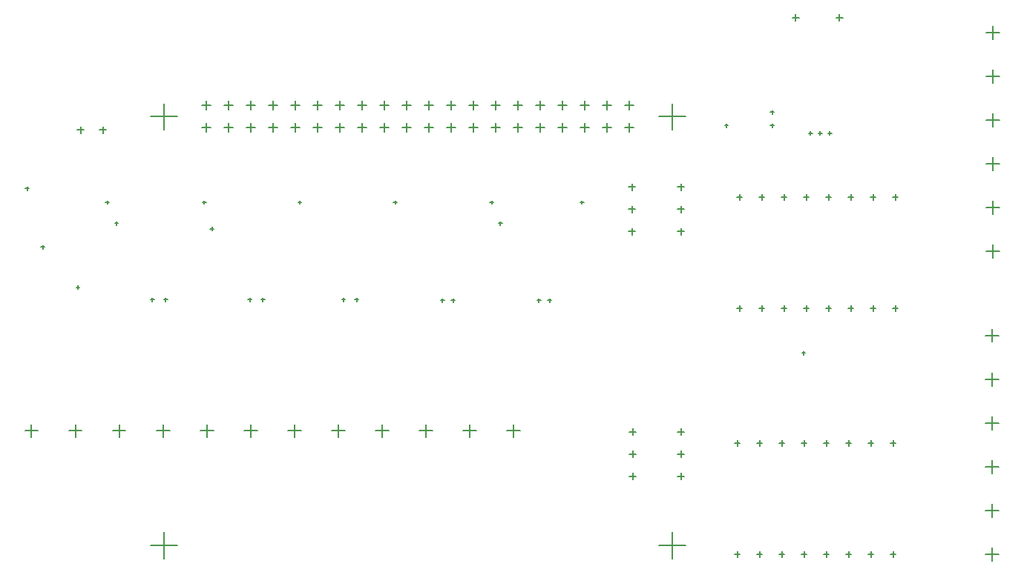
<source format=gbr>
G04*
G04 #@! TF.GenerationSoftware,Altium Limited,Altium Designer,24.0.1 (36)*
G04*
G04 Layer_Color=128*
%FSLAX25Y25*%
%MOIN*%
G70*
G04*
G04 #@! TF.SameCoordinates,EAEA65AB-E80B-4046-BB69-B77F90F57262*
G04*
G04*
G04 #@! TF.FilePolarity,Positive*
G04*
G01*
G75*
%ADD65C,0.00500*%
D65*
X45744Y208661D02*
X48744D01*
X47244Y207161D02*
Y210161D01*
X55744Y208661D02*
X58744D01*
X57244Y207161D02*
Y210161D01*
X453740Y116142D02*
X459646D01*
X456693Y113189D02*
Y119095D01*
X453740Y96457D02*
X459646D01*
X456693Y93504D02*
Y99410D01*
X453740Y76772D02*
X459646D01*
X456693Y73819D02*
Y79724D01*
X453740Y57087D02*
X459646D01*
X456693Y54134D02*
Y60039D01*
X453740Y37402D02*
X459646D01*
X456693Y34449D02*
Y40354D01*
X453740Y17717D02*
X459646D01*
X456693Y14764D02*
Y20669D01*
X454134Y153937D02*
X460039D01*
X457087Y150984D02*
Y156890D01*
X454134Y173622D02*
X460039D01*
X457087Y170669D02*
Y176575D01*
X454134Y193307D02*
X460039D01*
X457087Y190354D02*
Y196260D01*
X454134Y212992D02*
X460039D01*
X457087Y210039D02*
Y215945D01*
X454134Y232677D02*
X460039D01*
X457087Y229724D02*
Y235630D01*
X454134Y252362D02*
X460039D01*
X457087Y249410D02*
Y255315D01*
X340955Y17717D02*
X343455D01*
X342205Y16466D02*
Y18967D01*
X350955Y17717D02*
X353455D01*
X352205Y16466D02*
Y18967D01*
X360955Y17717D02*
X363455D01*
X362205Y16466D02*
Y18967D01*
X370955Y17717D02*
X373455D01*
X372205Y16466D02*
Y18967D01*
X380955Y17717D02*
X383455D01*
X382205Y16466D02*
Y18967D01*
X390955Y17717D02*
X393455D01*
X392205Y16466D02*
Y18967D01*
X400955Y17717D02*
X403455D01*
X402205Y16466D02*
Y18967D01*
X410955Y17717D02*
X413455D01*
X412205Y16466D02*
Y18967D01*
X340955Y67716D02*
X343455D01*
X342205Y66466D02*
Y68967D01*
X350955Y67716D02*
X353455D01*
X352205Y66466D02*
Y68967D01*
X360955Y67716D02*
X363455D01*
X362205Y66466D02*
Y68967D01*
X370955Y67716D02*
X373455D01*
X372205Y66466D02*
Y68967D01*
X380955Y67716D02*
X383455D01*
X382205Y66466D02*
Y68967D01*
X390955Y67716D02*
X393455D01*
X392205Y66466D02*
Y68967D01*
X400955Y67716D02*
X403455D01*
X402205Y66466D02*
Y68967D01*
X410955Y67716D02*
X413455D01*
X412205Y66466D02*
Y68967D01*
X411978Y178347D02*
X414478D01*
X413228Y177096D02*
Y179596D01*
X401978Y178347D02*
X404478D01*
X403228Y177096D02*
Y179596D01*
X391978Y178347D02*
X394478D01*
X393228Y177096D02*
Y179596D01*
X381978Y178347D02*
X384478D01*
X383228Y177096D02*
Y179596D01*
X371978Y178347D02*
X374478D01*
X373228Y177096D02*
Y179596D01*
X361978Y178347D02*
X364478D01*
X363228Y177096D02*
Y179596D01*
X351978Y178347D02*
X354478D01*
X353228Y177096D02*
Y179596D01*
X341978Y178347D02*
X344478D01*
X343228Y177096D02*
Y179596D01*
X411978Y128347D02*
X414478D01*
X413228Y127096D02*
Y129596D01*
X401978Y128347D02*
X404478D01*
X403228Y127096D02*
Y129596D01*
X391978Y128347D02*
X394478D01*
X393228Y127096D02*
Y129596D01*
X381978Y128347D02*
X384478D01*
X383228Y127096D02*
Y129596D01*
X371978Y128347D02*
X374478D01*
X373228Y127096D02*
Y129596D01*
X361978Y128347D02*
X364478D01*
X363228Y127096D02*
Y129596D01*
X351978Y128347D02*
X354478D01*
X353228Y127096D02*
Y129596D01*
X341978Y128347D02*
X344478D01*
X343228Y127096D02*
Y129596D01*
X22244Y73228D02*
X28150D01*
X25197Y70276D02*
Y76181D01*
X41929Y73228D02*
X47835D01*
X44882Y70276D02*
Y76181D01*
X61614Y73228D02*
X67520D01*
X64567Y70276D02*
Y76181D01*
X81299Y73228D02*
X87205D01*
X84252Y70276D02*
Y76181D01*
X100984Y73228D02*
X106890D01*
X103937Y70276D02*
Y76181D01*
X120669Y73228D02*
X126575D01*
X123622Y70276D02*
Y76181D01*
X140354Y73228D02*
X146260D01*
X143307Y70276D02*
Y76181D01*
X160039Y73228D02*
X165945D01*
X162992Y70276D02*
Y76181D01*
X179724Y73228D02*
X185630D01*
X182677Y70276D02*
Y76181D01*
X199409Y73228D02*
X205315D01*
X202362Y70276D02*
Y76181D01*
X219094Y73228D02*
X225000D01*
X222047Y70276D02*
Y76181D01*
X238779Y73228D02*
X244685D01*
X241732Y70276D02*
Y76181D01*
X293381Y162992D02*
X296381D01*
X294881Y161492D02*
Y164492D01*
X293381Y172992D02*
X296381D01*
X294881Y171492D02*
Y174492D01*
X293381Y182992D02*
X296381D01*
X294881Y181492D02*
Y184492D01*
X315428Y162992D02*
X318428D01*
X316928Y161492D02*
Y164492D01*
X315428Y172992D02*
X318428D01*
X316928Y171492D02*
Y174492D01*
X315428Y182992D02*
X318428D01*
X316928Y181492D02*
Y184492D01*
X315429Y52835D02*
X318429D01*
X316929Y51335D02*
Y54335D01*
X315429Y62835D02*
X318429D01*
X316929Y61335D02*
Y64335D01*
X315429Y72835D02*
X318429D01*
X316929Y71335D02*
Y74335D01*
X293776Y52835D02*
X296776D01*
X295276Y51335D02*
Y54335D01*
X293776Y62835D02*
X296776D01*
X295276Y61335D02*
Y64335D01*
X293776Y72835D02*
X296776D01*
X295276Y71335D02*
Y74335D01*
X291831Y219547D02*
X295847D01*
X293839Y217539D02*
Y221555D01*
X281831Y219547D02*
X285846D01*
X283839Y217539D02*
Y221555D01*
X271831Y219547D02*
X275847D01*
X273839Y217539D02*
Y221555D01*
X261831Y219547D02*
X265846D01*
X263839Y217539D02*
Y221555D01*
X251831Y219547D02*
X255847D01*
X253839Y217539D02*
Y221555D01*
X241831Y219547D02*
X245847D01*
X243839Y217539D02*
Y221555D01*
X231831Y219547D02*
X235846D01*
X233839Y217539D02*
Y221555D01*
X221831Y219547D02*
X225847D01*
X223839Y217539D02*
Y221555D01*
X211831Y219547D02*
X215846D01*
X213839Y217539D02*
Y221555D01*
X201831Y219547D02*
X205847D01*
X203839Y217539D02*
Y221555D01*
X191831Y219547D02*
X195846D01*
X193839Y217539D02*
Y221555D01*
X181831Y219547D02*
X185846D01*
X183839Y217539D02*
Y221555D01*
X171831Y219547D02*
X175847D01*
X173839Y217539D02*
Y221555D01*
X161831Y219547D02*
X165847D01*
X163839Y217539D02*
Y221555D01*
X151831Y219547D02*
X155847D01*
X153839Y217539D02*
Y221555D01*
X141831Y219547D02*
X145846D01*
X143839Y217539D02*
Y221555D01*
X131831Y219547D02*
X135846D01*
X133839Y217539D02*
Y221555D01*
X121831Y219547D02*
X125847D01*
X123839Y217539D02*
Y221555D01*
X111831Y219547D02*
X115847D01*
X113839Y217539D02*
Y221555D01*
X101831Y219547D02*
X105847D01*
X103839Y217539D02*
Y221555D01*
X291831Y209547D02*
X295847D01*
X293839Y207539D02*
Y211555D01*
X281831Y209547D02*
X285846D01*
X283839Y207539D02*
Y211555D01*
X271831Y209547D02*
X275847D01*
X273839Y207539D02*
Y211555D01*
X261831Y209547D02*
X265846D01*
X263839Y207539D02*
Y211555D01*
X251831Y209547D02*
X255847D01*
X253839Y207539D02*
Y211555D01*
X241831Y209547D02*
X245847D01*
X243839Y207539D02*
Y211555D01*
X231831Y209547D02*
X235846D01*
X233839Y207539D02*
Y211555D01*
X221831Y209547D02*
X225847D01*
X223839Y207539D02*
Y211555D01*
X211831Y209547D02*
X215846D01*
X213839Y207539D02*
Y211555D01*
X201831Y209547D02*
X205847D01*
X203839Y207539D02*
Y211555D01*
X191831Y209547D02*
X195846D01*
X193839Y207539D02*
Y211555D01*
X181831Y209547D02*
X185846D01*
X183839Y207539D02*
Y211555D01*
X171831Y209547D02*
X175847D01*
X173839Y207539D02*
Y211555D01*
X161831Y209547D02*
X165847D01*
X163839Y207539D02*
Y211555D01*
X151831Y209547D02*
X155847D01*
X153839Y207539D02*
Y211555D01*
X141831Y209547D02*
X145846D01*
X143839Y207539D02*
Y211555D01*
X131831Y209547D02*
X135846D01*
X133839Y207539D02*
Y211555D01*
X121831Y209547D02*
X125847D01*
X123839Y207539D02*
Y211555D01*
X111831Y209547D02*
X115847D01*
X113839Y207539D02*
Y211555D01*
X101831Y209547D02*
X105847D01*
X103839Y207539D02*
Y211555D01*
X366960Y259042D02*
X369960D01*
X368460Y257542D02*
Y260542D01*
X386645Y259042D02*
X389645D01*
X388145Y257542D02*
Y260542D01*
X307087Y21654D02*
X318898D01*
X312992Y15748D02*
Y27559D01*
X307087Y214567D02*
X318898D01*
X312992Y208661D02*
Y220472D01*
X78740Y214567D02*
X90551D01*
X84646Y208661D02*
Y220472D01*
X78740Y21654D02*
X90551D01*
X84646Y15748D02*
Y27559D01*
X336614Y210630D02*
X338189D01*
X337402Y209842D02*
Y211417D01*
X371260Y108268D02*
X372835D01*
X372047Y107480D02*
Y109055D01*
X378740Y207087D02*
X380315D01*
X379528Y206299D02*
Y207874D01*
X374410Y207087D02*
X375984D01*
X375197Y206299D02*
Y207874D01*
X383071Y207087D02*
X384646D01*
X383858Y206299D02*
Y207874D01*
X357087Y210630D02*
X358661D01*
X357874Y209842D02*
Y211417D01*
X357087Y216535D02*
X358661D01*
X357874Y215748D02*
Y217323D01*
X271654Y175984D02*
X273228D01*
X272441Y175197D02*
Y176772D01*
X209055Y131890D02*
X210630D01*
X209842Y131102D02*
Y132677D01*
X252362Y131890D02*
X253937D01*
X253150Y131102D02*
Y132677D01*
X22441Y182283D02*
X24016D01*
X23228Y181496D02*
Y183071D01*
X122441Y132283D02*
X124016D01*
X123228Y131496D02*
Y133071D01*
X84646Y132283D02*
X86221D01*
X85433Y131496D02*
Y133071D01*
X78740Y132283D02*
X80315D01*
X79528Y131496D02*
Y133071D01*
X257087Y131890D02*
X258661D01*
X257874Y131102D02*
Y132677D01*
X213779Y131890D02*
X215354D01*
X214567Y131102D02*
Y132677D01*
X170473Y132283D02*
X172047D01*
X171260Y131496D02*
Y133071D01*
X164567Y132283D02*
X166142D01*
X165354Y131496D02*
Y133071D01*
X128347Y132283D02*
X129921D01*
X129134Y131496D02*
Y133071D01*
X235039Y166535D02*
X236614D01*
X235827Y165748D02*
Y167323D01*
X105512Y164173D02*
X107087D01*
X106299Y163386D02*
Y164961D01*
X62598Y166535D02*
X64173D01*
X63386Y165748D02*
Y167323D01*
X29528Y155905D02*
X31102D01*
X30315Y155118D02*
Y156693D01*
X231102Y175984D02*
X232677D01*
X231890Y175197D02*
Y176772D01*
X187795Y175984D02*
X189370D01*
X188583Y175197D02*
Y176772D01*
X144882Y175984D02*
X146457D01*
X145669Y175197D02*
Y176772D01*
X101969Y175984D02*
X103543D01*
X102756Y175197D02*
Y176772D01*
X58468Y175984D02*
X60043D01*
X59255Y175197D02*
Y176772D01*
X45276Y137795D02*
X46850D01*
X46063Y137008D02*
Y138583D01*
M02*

</source>
